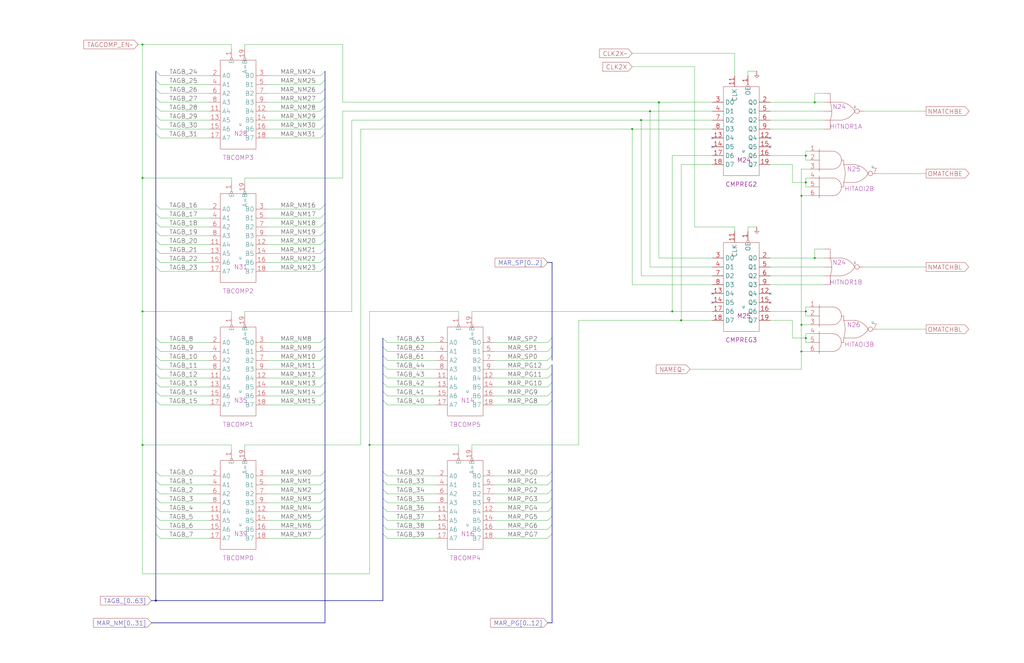
<source format=kicad_sch>
(kicad_sch (version 20220404) (generator eeschema)
  (paper "User" 584.2 378.46)
  (title_block (title "TABG COMPARATORS\\nMATCH") (date "08-MAR-90") (rev "0.0") (comment 1 "MEM32 BOARD") (comment 2 "232-003066") (comment 3 "S400") (comment 4 "RELEASED"))
  (lib_symbols
    (symbol "r1000:F260" (pin_numbers hide) (pin_names hide)
      (property "Reference" "U" (at 10.16 0 0))
      (property "Value" "F260" (at 1.905 -5.715 0))
      (property "Location" "___" (at 1.27 0 0))
      (property "Name" "______" (at 5.08 -12.7 0))
      (symbol "F260_0_1"
        (arc (start -3.8173 -7.62) (mid -2.9926 -2.54) (end -3.8173 2.54) (stroke (width 0.1524)))
        (polyline (pts (xy -5.08 -7.62) (xy -3.81 -7.62)) (stroke (width 0.1524)))
        (polyline (pts (xy -5.08 -2.54) (xy -3.0226 -2.54)) (stroke (width 0.1524)))
        (polyline (pts (xy -5.08 2.54) (xy -3.81 2.54)) (stroke (width 0.1524)))
        (polyline (pts (xy -3.81 -7.62) (xy 2.54 -7.62)) (stroke (width 0.1524)))
        (polyline (pts (xy -3.81 2.54) (xy 2.54 2.54)) (stroke (width 0.1524)))
        (polyline (pts (xy -5.08 -12.7) (xy -3.81 -12.7) (xy -3.81 -7.62)) (stroke (width 0.1524)))
        (polyline (pts (xy -5.08 7.62) (xy -3.81 7.62) (xy -3.81 2.54)) (stroke (width 0.1524)))
        (arc (start 2.54 -7.62) (mid 6.9504 -5.9805) (end 10.16 -2.54) (stroke (width 0.1524)))
        (arc (start 10.16 -2.54) (mid 6.9516 0.9024) (end 2.54 2.54) (stroke (width 0.1524)))
        (circle (center 11.43 -2.54) (radius 1.27) (stroke (width 0.1524)))
      )
      (symbol "F260_0_2"
        (circle (center -6.35 -12.7) (radius 1.27) (stroke (width 0.1524)))
        (circle (center -6.35 -7.62) (radius 1.27) (stroke (width 0.1524)))
        (circle (center -6.35 -2.54) (radius 1.27) (stroke (width 0.1524)))
        (circle (center -6.35 2.54) (radius 1.27) (stroke (width 0.1524)))
        (circle (center -6.35 7.62) (radius 1.27) (stroke (width 0.1524)))
        (polyline (pts (xy -5.08 -13.97) (xy -5.08 8.89)) (stroke (width 0.1524)))
        (polyline (pts (xy -5.08 -7.62) (xy 2.54 -7.62)) (stroke (width 0.1524)))
        (polyline (pts (xy -5.08 2.54) (xy 2.54 2.54)) (stroke (width 0.1524)))
        (arc (start 2.54 2.54) (mid -1.0521 -6.1321) (end 7.62 -2.54) (stroke (width 0.1524)))
        (arc (start 7.62 -2.54) (mid -1.0521 1.0521) (end 2.54 -7.62) (stroke (width 0.1524)))
      )
      (symbol "F260_1_1"
        (pin input line (at -7.62 -2.54 0) (length 2.54) (name "D2") (number "1"))
        (pin input line (at -7.62 7.62 0) (length 2.54) (name "D0") (number "12"))
        (pin input line (at -7.62 2.54 0) (length 2.54) (name "D1") (number "13"))
        (pin input line (at -7.62 -7.62 0) (length 2.54) (name "D3") (number "2"))
        (pin input line (at -7.62 -12.7 0) (length 2.54) (name "D4") (number "3"))
        (pin output line (at 15.24 -2.54 180) (length 2.54) (name "Q") (number "5"))
      )
      (symbol "F260_1_2"
        (pin input line (at -7.62 -2.54 0) (length 0) (name "D2") (number "1"))
        (pin input line (at -7.62 7.62 0) (length 0) (name "D0") (number "12"))
        (pin input line (at -7.62 2.54 0) (length 0) (name "D1") (number "13"))
        (pin input line (at -7.62 -7.62 0) (length 0) (name "D3") (number "2"))
        (pin input line (at -7.62 -12.7 0) (length 0) (name "D4") (number "3"))
        (pin output line (at 15.24 -2.54 180) (length 7.62) (name "Q") (number "5"))
      )
    )
    (symbol "r1000:F374" (pin_names (offset 1.016))
      (property "Reference" "U" (at 2.54 5.08 0))
      (property "Value" "F374" (at -3.81 -7.62 0))
      (property "Location" "___" (at -1.27 0 0))
      (property "Name" "______" (at 1.27 -15.24 0))
      (symbol "F374_1_1"
        (rectangle (start -8.89 41.91) (end 11.43 -8.89))
        (circle (center 5.08 42.545) (radius 0.635))
        (pin input line (at 5.08 48.26 270) (length 5.08) (name "OE") (number "1"))
        (pin input line (at -2.54 48.26 270) (length 6.35) (name "CLK") (number "11"))
        (pin tri_state line (at 17.78 12.7 180) (length 6.35) (name "Q4") (number "12"))
        (pin input line (at -15.24 12.7 0) (length 6.35) (name "D4") (number "13"))
        (pin input line (at -15.24 7.62 0) (length 6.35) (name "D5") (number "14"))
        (pin tri_state line (at 17.78 7.62 180) (length 6.35) (name "Q5") (number "15"))
        (pin tri_state line (at 17.78 2.54 180) (length 6.35) (name "Q6") (number "16"))
        (pin input line (at -15.24 2.54 0) (length 6.35) (name "D6") (number "17"))
        (pin input line (at -15.24 -2.54 0) (length 6.35) (name "D7") (number "18"))
        (pin tri_state line (at 17.78 -2.54 180) (length 6.35) (name "Q7") (number "19"))
        (pin tri_state line (at 17.78 33.02 180) (length 6.35) (name "Q0") (number "2"))
        (pin input line (at -15.24 33.02 0) (length 6.35) (name "D0") (number "3"))
        (pin input line (at -15.24 27.94 0) (length 6.35) (name "D1") (number "4"))
        (pin tri_state line (at 17.78 27.94 180) (length 6.35) (name "Q1") (number "5"))
        (pin tri_state line (at 17.78 22.86 180) (length 6.35) (name "Q2") (number "6"))
        (pin input line (at -15.24 22.86 0) (length 6.35) (name "D2") (number "7"))
        (pin input line (at -15.24 17.78 0) (length 6.35) (name "D3") (number "8"))
        (pin tri_state line (at 17.78 17.78 180) (length 6.35) (name "Q3") (number "9"))
      )
    )
    (symbol "r1000:F51" (pin_names hide)
      (property "Reference" "U" (at 12.7 1.27 0))
      (property "Value" "F51" (at 1.905 -5.08 0))
      (property "Location" "___" (at 1.905 0 0))
      (property "Name" "______" (at 5.08 -12.7 0))
      (symbol "F51_0_0"
        (arc (start -10.16 -15.24) (mid -6.5679 -13.7521) (end -5.08 -10.16) (stroke (width 0.1524)))
        (arc (start -10.16 0) (mid -6.5679 1.4879) (end -5.08 5.08) (stroke (width 0.1524)))
        (arc (start -5.08 -10.16) (mid -6.5679 -6.5679) (end -10.16 -5.08) (stroke (width 0.1524)))
        (arc (start -5.08 5.08) (mid -6.5679 8.6721) (end -10.16 10.16) (stroke (width 0.1524)))
        (arc (start -3.8173 -7.62) (mid -2.9926 -2.54) (end -3.8173 2.54) (stroke (width 0.1524)))
        (polyline (pts (xy -20.32 -15.24) (xy -17.78 -15.24)) (stroke (width 0.1524)))
        (polyline (pts (xy -20.32 -10.16) (xy -17.78 -10.16)) (stroke (width 0.1524)))
        (polyline (pts (xy -20.32 -5.08) (xy -17.78 -5.08)) (stroke (width 0.1524)))
        (polyline (pts (xy -20.32 0) (xy -17.78 0)) (stroke (width 0.1524)))
        (polyline (pts (xy -20.32 5.08) (xy -17.78 5.08)) (stroke (width 0.1524)))
        (polyline (pts (xy -20.32 10.16) (xy -17.78 10.16)) (stroke (width 0.1524)))
        (polyline (pts (xy -17.78 -3.81) (xy -17.78 -16.51)) (stroke (width 0.1524)))
        (polyline (pts (xy -17.78 11.43) (xy -17.78 -1.27)) (stroke (width 0.1524)))
        (polyline (pts (xy -10.16 -15.24) (xy -17.78 -15.24)) (stroke (width 0.1524)))
        (polyline (pts (xy -10.16 -5.08) (xy -17.78 -5.08)) (stroke (width 0.1524)))
        (polyline (pts (xy -10.16 0) (xy -17.78 0)) (stroke (width 0.1524)))
        (polyline (pts (xy -10.16 10.16) (xy -17.78 10.16)) (stroke (width 0.1524)))
        (polyline (pts (xy -3.81 -7.62) (xy 2.54 -7.62)) (stroke (width 0.1524)))
        (polyline (pts (xy -3.81 2.54) (xy 2.54 2.54)) (stroke (width 0.1524)))
        (polyline (pts (xy -5.08 -10.16) (xy -3.81 -10.16) (xy -3.81 -7.62)) (stroke (width 0.1524)))
        (polyline (pts (xy -5.08 5.08) (xy -3.81 5.08) (xy -3.81 2.54)) (stroke (width 0.1524)))
        (arc (start 2.54 -7.62) (mid 6.9504 -5.9805) (end 10.16 -2.54) (stroke (width 0.1524)))
        (arc (start 10.16 -2.54) (mid 6.9516 0.9024) (end 2.54 2.54) (stroke (width 0.1524)))
        (circle (center 11.43 -2.54) (radius 1.27) (stroke (width 0.1524)))
      )
      (symbol "F51_1_1"
        (pin input line (at -22.86 10.16 0) (length 2.54) (name "A1") (number "1"))
        (pin input line (at -22.86 5.08 0) (length 2.54) (name "A2") (number "2"))
        (pin input line (at -22.86 0 0) (length 2.54) (name "A3") (number "3"))
        (pin input line (at -22.86 -5.08 0) (length 2.54) (name "B1") (number "4"))
        (pin input line (at -22.86 -10.16 0) (length 2.54) (name "B2") (number "5"))
        (pin input line (at -22.86 -15.24 0) (length 2.54) (name "B3") (number "6"))
        (pin output line (at 15.24 -2.54 180) (length 2.54) (name "Q") (number "7"))
      )
    )
    (symbol "r1000:F521" (pin_names (offset 1.016))
      (property "Reference" "U" (at 2.54 5.08 0))
      (property "Value" "F521" (at -3.81 -7.62 0))
      (property "Location" "___" (at -1.27 0 0))
      (property "Name" "______" (at 1.27 -15.24 0))
      (symbol "F521_1_1"
        (rectangle (start -8.89 41.91) (end 11.43 -8.89))
        (circle (center -2.54 42.545) (radius 0.635))
        (circle (center 5.08 42.545) (radius 0.635))
        (pin input line (at -2.54 48.26 270) (length 5.08) (name "E") (number "1"))
        (pin input line (at -15.24 12.7 0) (length 6.35) (name "A4") (number "11"))
        (pin input line (at 17.78 12.7 180) (length 6.35) (name "B4") (number "12"))
        (pin input line (at -15.24 7.62 0) (length 6.35) (name "A5") (number "13"))
        (pin input line (at 17.78 7.62 180) (length 6.35) (name "B5") (number "14"))
        (pin input line (at -15.24 2.54 0) (length 6.35) (name "A6") (number "15"))
        (pin input line (at 17.78 2.54 180) (length 6.35) (name "B6") (number "16"))
        (pin input line (at -15.24 -2.54 0) (length 6.35) (name "A7") (number "17"))
        (pin input line (at 17.78 -2.54 180) (length 6.35) (name "B7") (number "18"))
        (pin output line (at 5.08 48.26 270) (length 5.08) (name "A=B") (number "19"))
        (pin input line (at -15.24 33.02 0) (length 6.35) (name "A0") (number "2"))
        (pin input line (at 17.78 33.02 180) (length 6.35) (name "B0") (number "3"))
        (pin input line (at -15.24 27.94 0) (length 6.35) (name "A1") (number "4"))
        (pin input line (at 17.78 27.94 180) (length 6.35) (name "B1") (number "5"))
        (pin input line (at -15.24 22.86 0) (length 6.35) (name "A2") (number "6"))
        (pin input line (at 17.78 22.86 180) (length 6.35) (name "B2") (number "7"))
        (pin input line (at -15.24 17.78 0) (length 6.35) (name "A3") (number "8"))
        (pin input line (at 17.78 17.78 180) (length 6.35) (name "B3") (number "9"))
      )
    )
    (symbol "r1000:PD" (power) (pin_numbers hide) (pin_names hide) (in_bom no)
      (symbol "PD_0_1"
        (polyline (pts (xy 0 -2.54) (xy 1.27 -2.54) (xy 0 -3.81) (xy -1.27 -2.54) (xy 0 -2.54)) (stroke (width 0.1524)))
      )
      (symbol "PD_1_1"
        (pin power_in line (at 0 0 270) (length 2.54) (name "PD") (number "1"))
      )
    )
  )
  (junction (at 88.9 342.9))
  (junction (at 81.28 177.8))
  (junction (at 464.82 58.42))
  (junction (at 459.74 193.04))
  (junction (at 457.2 200.66))
  (junction (at 81.28 254))
  (junction (at 457.2 185.42))
  (junction (at 375.92 58.42))
  (junction (at 210.82 254))
  (junction (at 464.82 147.32))
  (junction (at 360.68 73.66))
  (junction (at 459.74 104.14))
  (junction (at 459.74 177.8))
  (junction (at 365.76 68.58))
  (junction (at 388.62 182.88))
  (junction (at 81.28 101.6))
  (junction (at 457.2 111.76))
  (junction (at 81.28 25.4))
  (junction (at 459.74 88.9))
  (junction (at 370.84 63.5))
  (junction (at 383.54 177.8))
  (no_connect (at 439.42 167.64))
  (no_connect (at 439.42 172.72))
  (no_connect (at 439.42 78.74))
  (no_connect (at 406.4 172.72))
  (no_connect (at 439.42 83.82))
  (no_connect (at 406.4 83.82))
  (no_connect (at 406.4 167.64))
  (no_connect (at 406.4 78.74))
  (bus_entry (at 185.42 203.2) (size -2.54 2.54))
  (bus_entry (at 88.9 142.24) (size 2.54 2.54))
  (bus_entry (at 314.96 289.56) (size -2.54 2.54))
  (bus_entry (at 88.9 213.36) (size 2.54 2.54))
  (bus_entry (at 218.44 274.32) (size 2.54 2.54))
  (bus_entry (at 185.42 137.16) (size -2.54 2.54))
  (bus_entry (at 185.42 228.6) (size -2.54 2.54))
  (bus_entry (at 88.9 66.04) (size 2.54 2.54))
  (bus_entry (at 314.96 274.32) (size -2.54 2.54))
  (bus_entry (at 218.44 269.24) (size 2.54 2.54))
  (bus_entry (at 88.9 274.32) (size 2.54 2.54))
  (bus_entry (at 314.96 294.64) (size -2.54 2.54))
  (bus_entry (at 185.42 294.64) (size -2.54 2.54))
  (bus_entry (at 185.42 304.8) (size -2.54 2.54))
  (bus_entry (at 314.96 193.04) (size -2.54 2.54))
  (bus_entry (at 88.9 198.12) (size 2.54 2.54))
  (bus_entry (at 314.96 213.36) (size -2.54 2.54))
  (bus_entry (at 185.42 289.56) (size -2.54 2.54))
  (bus_entry (at 88.9 269.24) (size 2.54 2.54))
  (bus_entry (at 88.9 304.8) (size 2.54 2.54))
  (bus_entry (at 185.42 269.24) (size -2.54 2.54))
  (bus_entry (at 185.42 198.12) (size -2.54 2.54))
  (bus_entry (at 88.9 218.44) (size 2.54 2.54))
  (bus_entry (at 218.44 208.28) (size 2.54 2.54))
  (bus_entry (at 88.9 50.8) (size 2.54 2.54))
  (bus_entry (at 218.44 218.44) (size 2.54 2.54))
  (bus_entry (at 88.9 76.2) (size 2.54 2.54))
  (bus_entry (at 88.9 203.2) (size 2.54 2.54))
  (bus_entry (at 314.96 269.24) (size -2.54 2.54))
  (bus_entry (at 185.42 76.2) (size -2.54 2.54))
  (bus_entry (at 88.9 279.4) (size 2.54 2.54))
  (bus_entry (at 88.9 60.96) (size 2.54 2.54))
  (bus_entry (at 314.96 228.6) (size -2.54 2.54))
  (bus_entry (at 185.42 152.4) (size -2.54 2.54))
  (bus_entry (at 185.42 193.04) (size -2.54 2.54))
  (bus_entry (at 88.9 55.88) (size 2.54 2.54))
  (bus_entry (at 185.42 71.12) (size -2.54 2.54))
  (bus_entry (at 88.9 299.72) (size 2.54 2.54))
  (bus_entry (at 88.9 40.64) (size 2.54 2.54))
  (bus_entry (at 88.9 223.52) (size 2.54 2.54))
  (bus_entry (at 218.44 279.4) (size 2.54 2.54))
  (bus_entry (at 218.44 289.56) (size 2.54 2.54))
  (bus_entry (at 185.42 66.04) (size -2.54 2.54))
  (bus_entry (at 185.42 213.36) (size -2.54 2.54))
  (bus_entry (at 218.44 304.8) (size 2.54 2.54))
  (bus_entry (at 185.42 299.72) (size -2.54 2.54))
  (bus_entry (at 218.44 203.2) (size 2.54 2.54))
  (bus_entry (at 218.44 284.48) (size 2.54 2.54))
  (bus_entry (at 88.9 193.04) (size 2.54 2.54))
  (bus_entry (at 314.96 284.48) (size -2.54 2.54))
  (bus_entry (at 314.96 218.44) (size -2.54 2.54))
  (bus_entry (at 218.44 198.12) (size 2.54 2.54))
  (bus_entry (at 185.42 142.24) (size -2.54 2.54))
  (bus_entry (at 88.9 137.16) (size 2.54 2.54))
  (bus_entry (at 185.42 55.88) (size -2.54 2.54))
  (bus_entry (at 185.42 279.4) (size -2.54 2.54))
  (bus_entry (at 88.9 127) (size 2.54 2.54))
  (bus_entry (at 185.42 127) (size -2.54 2.54))
  (bus_entry (at 218.44 193.04) (size 2.54 2.54))
  (bus_entry (at 314.96 304.8) (size -2.54 2.54))
  (bus_entry (at 88.9 132.08) (size 2.54 2.54))
  (bus_entry (at 185.42 218.44) (size -2.54 2.54))
  (bus_entry (at 88.9 289.56) (size 2.54 2.54))
  (bus_entry (at 314.96 279.4) (size -2.54 2.54))
  (bus_entry (at 88.9 152.4) (size 2.54 2.54))
  (bus_entry (at 185.42 45.72) (size -2.54 2.54))
  (bus_entry (at 185.42 132.08) (size -2.54 2.54))
  (bus_entry (at 185.42 60.96) (size -2.54 2.54))
  (bus_entry (at 88.9 147.32) (size 2.54 2.54))
  (bus_entry (at 88.9 228.6) (size 2.54 2.54))
  (bus_entry (at 218.44 223.52) (size 2.54 2.54))
  (bus_entry (at 185.42 208.28) (size -2.54 2.54))
  (bus_entry (at 185.42 274.32) (size -2.54 2.54))
  (bus_entry (at 314.96 223.52) (size -2.54 2.54))
  (bus_entry (at 185.42 116.84) (size -2.54 2.54))
  (bus_entry (at 185.42 147.32) (size -2.54 2.54))
  (bus_entry (at 88.9 294.64) (size 2.54 2.54))
  (bus_entry (at 185.42 284.48) (size -2.54 2.54))
  (bus_entry (at 314.96 208.28) (size -2.54 2.54))
  (bus_entry (at 218.44 294.64) (size 2.54 2.54))
  (bus_entry (at 88.9 116.84) (size 2.54 2.54))
  (bus_entry (at 88.9 121.92) (size 2.54 2.54))
  (bus_entry (at 185.42 121.92) (size -2.54 2.54))
  (bus_entry (at 314.96 198.12) (size -2.54 2.54))
  (bus_entry (at 218.44 228.6) (size 2.54 2.54))
  (bus_entry (at 314.96 299.72) (size -2.54 2.54))
  (bus_entry (at 218.44 213.36) (size 2.54 2.54))
  (bus_entry (at 218.44 299.72) (size 2.54 2.54))
  (bus_entry (at 88.9 45.72) (size 2.54 2.54))
  (bus_entry (at 185.42 50.8) (size -2.54 2.54))
  (bus_entry (at 185.42 40.64) (size -2.54 2.54))
  (bus_entry (at 88.9 71.12) (size 2.54 2.54))
  (bus_entry (at 185.42 223.52) (size -2.54 2.54))
  (bus_entry (at 314.96 203.2) (size -2.54 2.54))
  (bus_entry (at 88.9 284.48) (size 2.54 2.54))
  (bus_entry (at 88.9 208.28) (size 2.54 2.54))
  (wire (pts (xy 139.7 25.4) (xy 195.58 25.4)))
  (wire (pts (xy 457.2 200.66) (xy 462.28 200.66)))
  (bus (pts (xy 88.9 284.48) (xy 88.9 289.56)))
  (bus (pts (xy 185.42 223.52) (xy 185.42 228.6)))
  (wire (pts (xy 220.98 276.86) (xy 248.92 276.86)))
  (bus (pts (xy 185.42 213.36) (xy 185.42 218.44)))
  (wire (pts (xy 312.42 231.14) (xy 281.94 231.14)))
  (bus (pts (xy 185.42 60.96) (xy 185.42 66.04)))
  (wire (pts (xy 439.42 58.42) (xy 464.82 58.42)))
  (wire (pts (xy 182.88 73.66) (xy 152.4 73.66)))
  (wire (pts (xy 81.28 25.4) (xy 81.28 101.6)))
  (wire (pts (xy 462.28 91.44) (xy 459.74 91.44)))
  (bus (pts (xy 185.42 304.8) (xy 185.42 355.6)))
  (bus (pts (xy 218.44 203.2) (xy 218.44 208.28)))
  (bus (pts (xy 314.96 269.24) (xy 314.96 274.32)))
  (wire (pts (xy 312.42 220.98) (xy 281.94 220.98)))
  (wire (pts (xy 312.42 210.82) (xy 281.94 210.82)))
  (wire (pts (xy 81.28 177.8) (xy 132.08 177.8)))
  (wire (pts (xy 459.74 175.26) (xy 462.28 175.26)))
  (wire (pts (xy 459.74 86.36) (xy 462.28 86.36)))
  (wire (pts (xy 261.62 256.54) (xy 261.62 254)))
  (bus (pts (xy 88.9 132.08) (xy 88.9 137.16)))
  (wire (pts (xy 457.2 111.76) (xy 457.2 185.42)))
  (wire (pts (xy 459.74 190.5) (xy 462.28 190.5)))
  (bus (pts (xy 185.42 208.28) (xy 185.42 213.36)))
  (wire (pts (xy 360.68 162.56) (xy 406.4 162.56)))
  (bus (pts (xy 314.96 304.8) (xy 314.96 355.6)))
  (wire (pts (xy 220.98 210.82) (xy 248.92 210.82)))
  (bus (pts (xy 314.96 289.56) (xy 314.96 294.64)))
  (wire (pts (xy 426.72 40.64) (xy 426.72 43.18)))
  (wire (pts (xy 182.88 154.94) (xy 152.4 154.94)))
  (bus (pts (xy 185.42 66.04) (xy 185.42 71.12)))
  (bus (pts (xy 185.42 274.32) (xy 185.42 279.4)))
  (wire (pts (xy 210.82 177.8) (xy 261.62 177.8)))
  (bus (pts (xy 218.44 279.4) (xy 218.44 284.48)))
  (wire (pts (xy 182.88 119.38) (xy 152.4 119.38)))
  (wire (pts (xy 91.44 139.7) (xy 119.38 139.7)))
  (bus (pts (xy 314.96 279.4) (xy 314.96 284.48)))
  (bus (pts (xy 185.42 116.84) (xy 185.42 121.92)))
  (wire (pts (xy 182.88 124.46) (xy 152.4 124.46)))
  (wire (pts (xy 431.8 129.54) (xy 426.72 129.54)))
  (wire (pts (xy 459.74 193.04) (xy 459.74 190.5)))
  (wire (pts (xy 220.98 297.18) (xy 248.92 297.18)))
  (wire (pts (xy 375.92 58.42) (xy 406.4 58.42)))
  (wire (pts (xy 91.44 124.46) (xy 119.38 124.46)))
  (wire (pts (xy 91.44 195.58) (xy 119.38 195.58)))
  (wire (pts (xy 195.58 101.6) (xy 195.58 63.5)))
  (bus (pts (xy 185.42 299.72) (xy 185.42 304.8)))
  (wire (pts (xy 220.98 200.66) (xy 248.92 200.66)))
  (bus (pts (xy 88.9 76.2) (xy 88.9 116.84)))
  (wire (pts (xy 312.42 302.26) (xy 281.94 302.26)))
  (wire (pts (xy 91.44 78.74) (xy 119.38 78.74)))
  (bus (pts (xy 314.96 208.28) (xy 314.96 213.36)))
  (wire (pts (xy 182.88 149.86) (xy 152.4 149.86)))
  (wire (pts (xy 370.84 63.5) (xy 370.84 152.4)))
  (bus (pts (xy 88.9 274.32) (xy 88.9 279.4)))
  (bus (pts (xy 88.9 121.92) (xy 88.9 127)))
  (wire (pts (xy 312.42 276.86) (xy 281.94 276.86)))
  (bus (pts (xy 314.96 299.72) (xy 314.96 304.8)))
  (wire (pts (xy 91.44 210.82) (xy 119.38 210.82)))
  (wire (pts (xy 459.74 88.9) (xy 459.74 91.44)))
  (bus (pts (xy 185.42 40.64) (xy 185.42 45.72)))
  (bus (pts (xy 314.96 284.48) (xy 314.96 289.56)))
  (wire (pts (xy 439.42 157.48) (xy 469.9 157.48)))
  (bus (pts (xy 88.9 40.64) (xy 88.9 45.72)))
  (wire (pts (xy 182.88 205.74) (xy 152.4 205.74)))
  (wire (pts (xy 312.42 195.58) (xy 281.94 195.58)))
  (wire (pts (xy 220.98 205.74) (xy 248.92 205.74)))
  (wire (pts (xy 182.88 287.02) (xy 152.4 287.02)))
  (wire (pts (xy 388.62 93.98) (xy 406.4 93.98)))
  (bus (pts (xy 185.42 132.08) (xy 185.42 137.16)))
  (bus (pts (xy 218.44 342.9) (xy 88.9 342.9)))
  (bus (pts (xy 312.42 355.6) (xy 314.96 355.6)))
  (wire (pts (xy 360.68 73.66) (xy 406.4 73.66)))
  (wire (pts (xy 431.8 40.64) (xy 426.72 40.64)))
  (wire (pts (xy 462.28 180.34) (xy 459.74 180.34)))
  (wire (pts (xy 457.2 185.42) (xy 462.28 185.42)))
  (wire (pts (xy 182.88 292.1) (xy 152.4 292.1)))
  (bus (pts (xy 185.42 289.56) (xy 185.42 294.64)))
  (wire (pts (xy 312.42 307.34) (xy 281.94 307.34)))
  (bus (pts (xy 88.9 213.36) (xy 88.9 218.44)))
  (bus (pts (xy 88.9 198.12) (xy 88.9 203.2)))
  (wire (pts (xy 459.74 177.8) (xy 459.74 175.26)))
  (wire (pts (xy 139.7 180.34) (xy 139.7 177.8)))
  (wire (pts (xy 91.44 231.14) (xy 119.38 231.14)))
  (wire (pts (xy 91.44 205.74) (xy 119.38 205.74)))
  (wire (pts (xy 91.44 200.66) (xy 119.38 200.66)))
  (wire (pts (xy 81.28 25.4) (xy 132.08 25.4)))
  (wire (pts (xy 500.38 99.06) (xy 528.32 99.06)))
  (bus (pts (xy 88.9 208.28) (xy 88.9 213.36)))
  (wire (pts (xy 182.88 302.26) (xy 152.4 302.26)))
  (bus (pts (xy 314.96 294.64) (xy 314.96 299.72)))
  (wire (pts (xy 462.28 195.58) (xy 459.74 195.58)))
  (wire (pts (xy 269.24 180.34) (xy 269.24 177.8)))
  (wire (pts (xy 205.74 254) (xy 205.74 73.66)))
  (wire (pts (xy 457.2 111.76) (xy 462.28 111.76)))
  (wire (pts (xy 220.98 281.94) (xy 248.92 281.94)))
  (bus (pts (xy 88.9 218.44) (xy 88.9 223.52)))
  (wire (pts (xy 439.42 177.8) (xy 459.74 177.8)))
  (wire (pts (xy 182.88 58.42) (xy 152.4 58.42)))
  (wire (pts (xy 269.24 256.54) (xy 269.24 254)))
  (bus (pts (xy 185.42 71.12) (xy 185.42 76.2)))
  (bus (pts (xy 88.9 137.16) (xy 88.9 142.24)))
  (bus (pts (xy 218.44 223.52) (xy 218.44 228.6)))
  (wire (pts (xy 396.24 38.1) (xy 396.24 129.54)))
  (wire (pts (xy 439.42 162.56) (xy 469.9 162.56)))
  (bus (pts (xy 185.42 50.8) (xy 185.42 55.88)))
  (wire (pts (xy 132.08 180.34) (xy 132.08 177.8)))
  (wire (pts (xy 81.28 254) (xy 81.28 327.66)))
  (wire (pts (xy 195.58 58.42) (xy 375.92 58.42)))
  (wire (pts (xy 91.44 220.98) (xy 119.38 220.98)))
  (wire (pts (xy 457.2 185.42) (xy 457.2 200.66)))
  (bus (pts (xy 185.42 45.72) (xy 185.42 50.8)))
  (bus (pts (xy 88.9 203.2) (xy 88.9 208.28)))
  (wire (pts (xy 220.98 307.34) (xy 248.92 307.34)))
  (bus (pts (xy 185.42 203.2) (xy 185.42 208.28)))
  (wire (pts (xy 81.28 101.6) (xy 81.28 177.8)))
  (bus (pts (xy 314.96 213.36) (xy 314.96 218.44)))
  (wire (pts (xy 459.74 193.04) (xy 452.12 193.04)))
  (bus (pts (xy 314.96 274.32) (xy 314.96 279.4)))
  (bus (pts (xy 218.44 198.12) (xy 218.44 203.2)))
  (bus (pts (xy 218.44 228.6) (xy 218.44 269.24)))
  (wire (pts (xy 312.42 292.1) (xy 281.94 292.1)))
  (bus (pts (xy 185.42 198.12) (xy 185.42 203.2)))
  (wire (pts (xy 182.88 53.34) (xy 152.4 53.34)))
  (bus (pts (xy 88.9 60.96) (xy 88.9 66.04)))
  (wire (pts (xy 182.88 43.18) (xy 152.4 43.18)))
  (wire (pts (xy 182.88 297.18) (xy 152.4 297.18)))
  (wire (pts (xy 406.4 147.32) (xy 375.92 147.32)))
  (wire (pts (xy 91.44 149.86) (xy 119.38 149.86)))
  (wire (pts (xy 139.7 101.6) (xy 195.58 101.6)))
  (wire (pts (xy 492.76 63.5) (xy 528.32 63.5)))
  (wire (pts (xy 439.42 147.32) (xy 464.82 147.32)))
  (wire (pts (xy 261.62 180.34) (xy 261.62 177.8)))
  (wire (pts (xy 182.88 281.94) (xy 152.4 281.94)))
  (wire (pts (xy 195.58 63.5) (xy 370.84 63.5)))
  (bus (pts (xy 86.36 342.9) (xy 88.9 342.9)))
  (wire (pts (xy 182.88 78.74) (xy 152.4 78.74)))
  (wire (pts (xy 182.88 276.86) (xy 152.4 276.86)))
  (wire (pts (xy 91.44 129.54) (xy 119.38 129.54)))
  (wire (pts (xy 195.58 25.4) (xy 195.58 58.42)))
  (wire (pts (xy 139.7 27.94) (xy 139.7 25.4)))
  (wire (pts (xy 91.44 276.86) (xy 119.38 276.86)))
  (bus (pts (xy 218.44 218.44) (xy 218.44 223.52)))
  (bus (pts (xy 185.42 137.16) (xy 185.42 142.24)))
  (wire (pts (xy 269.24 254) (xy 330.2 254)))
  (bus (pts (xy 88.9 50.8) (xy 88.9 55.88)))
  (wire (pts (xy 330.2 182.88) (xy 388.62 182.88)))
  (wire (pts (xy 312.42 215.9) (xy 281.94 215.9)))
  (bus (pts (xy 88.9 71.12) (xy 88.9 76.2)))
  (wire (pts (xy 200.66 177.8) (xy 200.66 68.58)))
  (wire (pts (xy 91.44 43.18) (xy 119.38 43.18)))
  (wire (pts (xy 182.88 271.78) (xy 152.4 271.78)))
  (wire (pts (xy 492.76 152.4) (xy 528.32 152.4)))
  (bus (pts (xy 185.42 121.92) (xy 185.42 127)))
  (bus (pts (xy 185.42 269.24) (xy 185.42 274.32)))
  (bus (pts (xy 88.9 127) (xy 88.9 132.08)))
  (wire (pts (xy 312.42 205.74) (xy 281.94 205.74)))
  (wire (pts (xy 91.44 73.66) (xy 119.38 73.66)))
  (wire (pts (xy 78.74 25.4) (xy 81.28 25.4)))
  (wire (pts (xy 91.44 271.78) (xy 119.38 271.78)))
  (wire (pts (xy 469.9 53.34) (xy 464.82 53.34)))
  (wire (pts (xy 383.54 88.9) (xy 383.54 177.8)))
  (wire (pts (xy 91.44 154.94) (xy 119.38 154.94)))
  (wire (pts (xy 139.7 254) (xy 205.74 254)))
  (wire (pts (xy 139.7 104.14) (xy 139.7 101.6)))
  (wire (pts (xy 182.88 307.34) (xy 152.4 307.34)))
  (wire (pts (xy 182.88 63.5) (xy 152.4 63.5)))
  (wire (pts (xy 439.42 88.9) (xy 459.74 88.9)))
  (wire (pts (xy 330.2 254) (xy 330.2 182.88)))
  (bus (pts (xy 314.96 223.52) (xy 314.96 228.6)))
  (wire (pts (xy 370.84 63.5) (xy 406.4 63.5)))
  (wire (pts (xy 91.44 281.94) (xy 119.38 281.94)))
  (bus (pts (xy 88.9 304.8) (xy 88.9 342.9)))
  (wire (pts (xy 91.44 287.02) (xy 119.38 287.02)))
  (wire (pts (xy 220.98 195.58) (xy 248.92 195.58)))
  (bus (pts (xy 88.9 152.4) (xy 88.9 193.04)))
  (wire (pts (xy 464.82 147.32) (xy 469.9 147.32)))
  (bus (pts (xy 88.9 66.04) (xy 88.9 71.12)))
  (wire (pts (xy 91.44 53.34) (xy 119.38 53.34)))
  (bus (pts (xy 185.42 55.88) (xy 185.42 60.96)))
  (wire (pts (xy 462.28 106.68) (xy 459.74 106.68)))
  (bus (pts (xy 314.96 193.04) (xy 314.96 198.12)))
  (bus (pts (xy 88.9 289.56) (xy 88.9 294.64)))
  (bus (pts (xy 218.44 289.56) (xy 218.44 294.64)))
  (wire (pts (xy 457.2 210.82) (xy 393.7 210.82)))
  (bus (pts (xy 88.9 116.84) (xy 88.9 121.92)))
  (bus (pts (xy 185.42 193.04) (xy 185.42 198.12)))
  (wire (pts (xy 426.72 129.54) (xy 426.72 132.08)))
  (bus (pts (xy 185.42 152.4) (xy 185.42 193.04)))
  (wire (pts (xy 91.44 226.06) (xy 119.38 226.06)))
  (wire (pts (xy 220.98 220.98) (xy 248.92 220.98)))
  (wire (pts (xy 182.88 210.82) (xy 152.4 210.82)))
  (bus (pts (xy 314.96 218.44) (xy 314.96 223.52)))
  (wire (pts (xy 396.24 129.54) (xy 419.1 129.54)))
  (wire (pts (xy 81.28 254) (xy 132.08 254)))
  (wire (pts (xy 459.74 195.58) (xy 459.74 193.04)))
  (wire (pts (xy 360.68 73.66) (xy 360.68 162.56)))
  (bus (pts (xy 185.42 76.2) (xy 185.42 116.84)))
  (wire (pts (xy 91.44 134.62) (xy 119.38 134.62)))
  (wire (pts (xy 182.88 231.14) (xy 152.4 231.14)))
  (wire (pts (xy 220.98 231.14) (xy 248.92 231.14)))
  (bus (pts (xy 314.96 228.6) (xy 314.96 269.24)))
  (wire (pts (xy 459.74 177.8) (xy 459.74 180.34)))
  (bus (pts (xy 314.96 149.86) (xy 314.96 193.04)))
  (wire (pts (xy 419.1 129.54) (xy 419.1 132.08)))
  (wire (pts (xy 91.44 48.26) (xy 119.38 48.26)))
  (wire (pts (xy 500.38 187.96) (xy 528.32 187.96)))
  (wire (pts (xy 182.88 144.78) (xy 152.4 144.78)))
  (bus (pts (xy 218.44 294.64) (xy 218.44 299.72)))
  (wire (pts (xy 91.44 119.38) (xy 119.38 119.38)))
  (bus (pts (xy 314.96 203.2) (xy 314.96 205.74)))
  (bus (pts (xy 88.9 299.72) (xy 88.9 304.8)))
  (wire (pts (xy 220.98 226.06) (xy 248.92 226.06)))
  (wire (pts (xy 200.66 68.58) (xy 365.76 68.58)))
  (bus (pts (xy 218.44 304.8) (xy 218.44 342.9)))
  (wire (pts (xy 439.42 68.58) (xy 469.9 68.58)))
  (wire (pts (xy 132.08 256.54) (xy 132.08 254)))
  (wire (pts (xy 269.24 177.8) (xy 383.54 177.8)))
  (wire (pts (xy 182.88 215.9) (xy 152.4 215.9)))
  (wire (pts (xy 464.82 53.34) (xy 464.82 58.42)))
  (bus (pts (xy 185.42 228.6) (xy 185.42 269.24)))
  (wire (pts (xy 132.08 27.94) (xy 132.08 25.4)))
  (wire (pts (xy 388.62 182.88) (xy 406.4 182.88)))
  (wire (pts (xy 182.88 195.58) (xy 152.4 195.58)))
  (wire (pts (xy 312.42 297.18) (xy 281.94 297.18)))
  (wire (pts (xy 383.54 177.8) (xy 406.4 177.8)))
  (wire (pts (xy 312.42 226.06) (xy 281.94 226.06)))
  (bus (pts (xy 88.9 142.24) (xy 88.9 147.32)))
  (wire (pts (xy 139.7 256.54) (xy 139.7 254)))
  (bus (pts (xy 185.42 127) (xy 185.42 132.08)))
  (wire (pts (xy 81.28 101.6) (xy 132.08 101.6)))
  (wire (pts (xy 459.74 88.9) (xy 459.74 86.36)))
  (wire (pts (xy 91.44 144.78) (xy 119.38 144.78)))
  (wire (pts (xy 365.76 68.58) (xy 406.4 68.58)))
  (wire (pts (xy 182.88 226.06) (xy 152.4 226.06)))
  (wire (pts (xy 182.88 129.54) (xy 152.4 129.54)))
  (wire (pts (xy 406.4 88.9) (xy 383.54 88.9)))
  (wire (pts (xy 91.44 58.42) (xy 119.38 58.42)))
  (wire (pts (xy 439.42 63.5) (xy 469.9 63.5)))
  (bus (pts (xy 314.96 198.12) (xy 314.96 203.2)))
  (wire (pts (xy 419.1 30.48) (xy 419.1 43.18)))
  (wire (pts (xy 459.74 104.14) (xy 459.74 106.68)))
  (wire (pts (xy 210.82 327.66) (xy 81.28 327.66)))
  (wire (pts (xy 182.88 68.58) (xy 152.4 68.58)))
  (wire (pts (xy 459.74 101.6) (xy 462.28 101.6)))
  (wire (pts (xy 406.4 157.48) (xy 365.76 157.48)))
  (wire (pts (xy 459.74 104.14) (xy 459.74 101.6)))
  (wire (pts (xy 220.98 302.26) (xy 248.92 302.26)))
  (wire (pts (xy 360.68 38.1) (xy 396.24 38.1)))
  (wire (pts (xy 457.2 200.66) (xy 457.2 210.82)))
  (wire (pts (xy 182.88 48.26) (xy 152.4 48.26)))
  (wire (pts (xy 375.92 147.32) (xy 375.92 58.42)))
  (wire (pts (xy 457.2 96.52) (xy 457.2 111.76)))
  (bus (pts (xy 218.44 269.24) (xy 218.44 274.32)))
  (wire (pts (xy 439.42 152.4) (xy 469.9 152.4)))
  (bus (pts (xy 218.44 193.04) (xy 218.44 198.12)))
  (wire (pts (xy 312.42 200.66) (xy 281.94 200.66)))
  (wire (pts (xy 452.12 193.04) (xy 452.12 182.88)))
  (wire (pts (xy 91.44 297.18) (xy 119.38 297.18)))
  (wire (pts (xy 132.08 104.14) (xy 132.08 101.6)))
  (bus (pts (xy 185.42 218.44) (xy 185.42 223.52)))
  (wire (pts (xy 464.82 142.24) (xy 464.82 147.32)))
  (wire (pts (xy 370.84 152.4) (xy 406.4 152.4)))
  (wire (pts (xy 91.44 302.26) (xy 119.38 302.26)))
  (bus (pts (xy 218.44 284.48) (xy 218.44 289.56)))
  (wire (pts (xy 210.82 177.8) (xy 210.82 254)))
  (wire (pts (xy 312.42 281.94) (xy 281.94 281.94)))
  (bus (pts (xy 88.9 55.88) (xy 88.9 60.96)))
  (wire (pts (xy 220.98 215.9) (xy 248.92 215.9)))
  (bus (pts (xy 88.9 45.72) (xy 88.9 50.8)))
  (wire (pts (xy 312.42 287.02) (xy 281.94 287.02)))
  (bus (pts (xy 185.42 294.64) (xy 185.42 299.72)))
  (bus (pts (xy 86.36 355.6) (xy 185.42 355.6)))
  (wire (pts (xy 360.68 30.48) (xy 419.1 30.48)))
  (wire (pts (xy 91.44 307.34) (xy 119.38 307.34)))
  (bus (pts (xy 185.42 279.4) (xy 185.42 284.48)))
  (bus (pts (xy 218.44 213.36) (xy 218.44 218.44)))
  (wire (pts (xy 462.28 96.52) (xy 457.2 96.52)))
  (bus (pts (xy 185.42 147.32) (xy 185.42 152.4)))
  (wire (pts (xy 81.28 177.8) (xy 81.28 254)))
  (wire (pts (xy 220.98 287.02) (xy 248.92 287.02)))
  (bus (pts (xy 218.44 274.32) (xy 218.44 279.4)))
  (wire (pts (xy 182.88 220.98) (xy 152.4 220.98)))
  (wire (pts (xy 312.42 271.78) (xy 281.94 271.78)))
  (bus (pts (xy 88.9 294.64) (xy 88.9 299.72)))
  (wire (pts (xy 388.62 182.88) (xy 388.62 93.98)))
  (wire (pts (xy 452.12 182.88) (xy 439.42 182.88)))
  (bus (pts (xy 88.9 193.04) (xy 88.9 198.12)))
  (wire (pts (xy 439.42 73.66) (xy 469.9 73.66)))
  (wire (pts (xy 91.44 292.1) (xy 119.38 292.1)))
  (wire (pts (xy 220.98 271.78) (xy 248.92 271.78)))
  (bus (pts (xy 185.42 284.48) (xy 185.42 289.56)))
  (bus (pts (xy 88.9 223.52) (xy 88.9 228.6)))
  (bus (pts (xy 88.9 147.32) (xy 88.9 152.4)))
  (bus (pts (xy 312.42 149.86) (xy 314.96 149.86)))
  (bus (pts (xy 88.9 269.24) (xy 88.9 274.32)))
  (wire (pts (xy 439.42 93.98) (xy 452.12 93.98)))
  (wire (pts (xy 91.44 68.58) (xy 119.38 68.58)))
  (bus (pts (xy 185.42 142.24) (xy 185.42 147.32)))
  (wire (pts (xy 182.88 139.7) (xy 152.4 139.7)))
  (wire (pts (xy 205.74 73.66) (xy 360.68 73.66)))
  (wire (pts (xy 452.12 104.14) (xy 459.74 104.14)))
  (wire (pts (xy 210.82 254) (xy 261.62 254)))
  (wire (pts (xy 365.76 157.48) (xy 365.76 68.58)))
  (wire (pts (xy 91.44 63.5) (xy 119.38 63.5)))
  (wire (pts (xy 182.88 200.66) (xy 152.4 200.66)))
  (wire (pts (xy 91.44 215.9) (xy 119.38 215.9)))
  (wire (pts (xy 220.98 292.1) (xy 248.92 292.1)))
  (bus (pts (xy 88.9 279.4) (xy 88.9 284.48)))
  (bus (pts (xy 218.44 299.72) (xy 218.44 304.8)))
  (wire (pts (xy 139.7 177.8) (xy 200.66 177.8)))
  (wire (pts (xy 182.88 134.62) (xy 152.4 134.62)))
  (wire (pts (xy 469.9 142.24) (xy 464.82 142.24)))
  (wire (pts (xy 464.82 58.42) (xy 469.9 58.42)))
  (wire (pts (xy 210.82 254) (xy 210.82 327.66)))
  (bus (pts (xy 88.9 228.6) (xy 88.9 269.24)))
  (wire (pts (xy 452.12 93.98) (xy 452.12 104.14)))
  (bus (pts (xy 218.44 208.28) (xy 218.44 213.36)))
  (label "MAR_NM20" (at 160.02 139.7 0) (effects (font (size 2.54 2.54))))
  (label "TAGB_63" (at 226.06 195.58 0) (effects (font (size 2.54 2.54))))
  (label "MAR_NM12" (at 160.02 215.9 0) (effects (font (size 2.54 2.54))))
  (label "MAR_PG12" (at 289.56 210.82 0) (effects (font (size 2.54 2.54))))
  (label "MAR_NM11" (at 160.02 210.82 0) (effects (font (size 2.54 2.54))))
  (label "MAR_PG7" (at 289.56 307.34 0) (effects (font (size 2.54 2.54))))
  (label "MAR_PG0" (at 289.56 271.78 0) (effects (font (size 2.54 2.54))))
  (label "TAGB_62" (at 226.06 200.66 0) (effects (font (size 2.54 2.54))))
  (label "MAR_NM28" (at 160.02 63.5 0) (effects (font (size 2.54 2.54))))
  (label "MAR_NM8" (at 160.02 195.58 0) (effects (font (size 2.54 2.54))))
  (label "TAGB_35" (at 226.06 287.02 0) (effects (font (size 2.54 2.54))))
  (label "TAGB_16" (at 96.52 119.38 0) (effects (font (size 2.54 2.54))))
  (label "MAR_NM2" (at 160.02 281.94 0) (effects (font (size 2.54 2.54))))
  (label "MAR_NM1" (at 160.02 276.86 0) (effects (font (size 2.54 2.54))))
  (label "TAGB_37" (at 226.06 297.18 0) (effects (font (size 2.54 2.54))))
  (label "TAGB_7" (at 96.52 307.34 0) (effects (font (size 2.54 2.54))))
  (label "MAR_NM18" (at 160.02 129.54 0) (effects (font (size 2.54 2.54))))
  (label "TAGB_42" (at 226.06 220.98 0) (effects (font (size 2.54 2.54))))
  (label "TAGB_36" (at 226.06 292.1 0) (effects (font (size 2.54 2.54))))
  (label "MAR_PG2" (at 289.56 281.94 0) (effects (font (size 2.54 2.54))))
  (label "TAGB_4" (at 96.52 292.1 0) (effects (font (size 2.54 2.54))))
  (label "TAGB_41" (at 226.06 226.06 0) (effects (font (size 2.54 2.54))))
  (label "MAR_NM24" (at 160.02 43.18 0) (effects (font (size 2.54 2.54))))
  (label "TAGB_26" (at 96.52 53.34 0) (effects (font (size 2.54 2.54))))
  (label "MAR_NM7" (at 160.02 307.34 0) (effects (font (size 2.54 2.54))))
  (label "TAGB_39" (at 226.06 307.34 0) (effects (font (size 2.54 2.54))))
  (label "TAGB_32" (at 226.06 271.78 0) (effects (font (size 2.54 2.54))))
  (label "MAR_PG11" (at 289.56 215.9 0) (effects (font (size 2.54 2.54))))
  (label "MAR_NM6" (at 160.02 302.26 0) (effects (font (size 2.54 2.54))))
  (label "MAR_NM16" (at 160.02 119.38 0) (effects (font (size 2.54 2.54))))
  (label "TAGB_33" (at 226.06 276.86 0) (effects (font (size 2.54 2.54))))
  (label "TAGB_5" (at 96.52 297.18 0) (effects (font (size 2.54 2.54))))
  (label "TAGB_29" (at 96.52 68.58 0) (effects (font (size 2.54 2.54))))
  (label "TAGB_40" (at 226.06 231.14 0) (effects (font (size 2.54 2.54))))
  (label "MAR_PG4" (at 289.56 292.1 0) (effects (font (size 2.54 2.54))))
  (label "TAGB_9" (at 96.52 200.66 0) (effects (font (size 2.54 2.54))))
  (label "MAR_NM13" (at 160.02 220.98 0) (effects (font (size 2.54 2.54))))
  (label "MAR_PG6" (at 289.56 302.26 0) (effects (font (size 2.54 2.54))))
  (label "TAGB_21" (at 96.52 144.78 0) (effects (font (size 2.54 2.54))))
  (label "MAR_SP2" (at 289.56 195.58 0) (effects (font (size 2.54 2.54))))
  (label "TAGB_8" (at 96.52 195.58 0) (effects (font (size 2.54 2.54))))
  (label "TAGB_34" (at 226.06 281.94 0) (effects (font (size 2.54 2.54))))
  (label "MAR_NM23" (at 160.02 154.94 0) (effects (font (size 2.54 2.54))))
  (label "MAR_PG9" (at 289.56 226.06 0) (effects (font (size 2.54 2.54))))
  (label "MAR_NM22" (at 160.02 149.86 0) (effects (font (size 2.54 2.54))))
  (label "TAGB_30" (at 96.52 73.66 0) (effects (font (size 2.54 2.54))))
  (label "TAGB_1" (at 96.52 276.86 0) (effects (font (size 2.54 2.54))))
  (label "TAGB_11" (at 96.52 210.82 0) (effects (font (size 2.54 2.54))))
  (label "MAR_NM14" (at 160.02 226.06 0) (effects (font (size 2.54 2.54))))
  (label "MAR_NM4" (at 160.02 292.1 0) (effects (font (size 2.54 2.54))))
  (label "TAGB_14" (at 96.52 226.06 0) (effects (font (size 2.54 2.54))))
  (label "TAGB_22" (at 96.52 149.86 0) (effects (font (size 2.54 2.54))))
  (label "TAGB_44" (at 226.06 210.82 0) (effects (font (size 2.54 2.54))))
  (label "MAR_NM27" (at 160.02 58.42 0) (effects (font (size 2.54 2.54))))
  (label "MAR_NM17" (at 160.02 124.46 0) (effects (font (size 2.54 2.54))))
  (label "MAR_PG5" (at 289.56 297.18 0) (effects (font (size 2.54 2.54))))
  (label "MAR_PG3" (at 289.56 287.02 0) (effects (font (size 2.54 2.54))))
  (label "MAR_NM25" (at 160.02 48.26 0) (effects (font (size 2.54 2.54))))
  (label "MAR_NM9" (at 160.02 200.66 0) (effects (font (size 2.54 2.54))))
  (label "TAGB_25" (at 96.52 48.26 0) (effects (font (size 2.54 2.54))))
  (label "MAR_SP0" (at 289.56 205.74 0) (effects (font (size 2.54 2.54))))
  (label "TAGB_24" (at 96.52 43.18 0) (effects (font (size 2.54 2.54))))
  (label "MAR_NM21" (at 160.02 144.78 0) (effects (font (size 2.54 2.54))))
  (label "TAGB_61" (at 226.06 205.74 0) (effects (font (size 2.54 2.54))))
  (label "MAR_NM19" (at 160.02 134.62 0) (effects (font (size 2.54 2.54))))
  (label "TAGB_6" (at 96.52 302.26 0) (effects (font (size 2.54 2.54))))
  (label "MAR_SP1" (at 289.56 200.66 0) (effects (font (size 2.54 2.54))))
  (label "MAR_NM0" (at 160.02 271.78 0) (effects (font (size 2.54 2.54))))
  (label "MAR_NM5" (at 160.02 297.18 0) (effects (font (size 2.54 2.54))))
  (label "MAR_NM31" (at 160.02 78.74 0) (effects (font (size 2.54 2.54))))
  (label "MAR_NM3" (at 160.02 287.02 0) (effects (font (size 2.54 2.54))))
  (label "TAGB_10" (at 96.52 205.74 0) (effects (font (size 2.54 2.54))))
  (label "MAR_NM29" (at 160.02 68.58 0) (effects (font (size 2.54 2.54))))
  (label "MAR_NM15" (at 160.02 231.14 0) (effects (font (size 2.54 2.54))))
  (label "TAGB_17" (at 96.52 124.46 0) (effects (font (size 2.54 2.54))))
  (label "MAR_NM30" (at 160.02 73.66 0) (effects (font (size 2.54 2.54))))
  (label "TAGB_28" (at 96.52 63.5 0) (effects (font (size 2.54 2.54))))
  (label "MAR_PG1" (at 289.56 276.86 0) (effects (font (size 2.54 2.54))))
  (label "TAGB_38" (at 226.06 302.26 0) (effects (font (size 2.54 2.54))))
  (label "TAGB_19" (at 96.52 134.62 0) (effects (font (size 2.54 2.54))))
  (label "TAGB_43" (at 226.06 215.9 0) (effects (font (size 2.54 2.54))))
  (label "TAGB_27" (at 96.52 58.42 0) (effects (font (size 2.54 2.54))))
  (label "TAGB_0" (at 96.52 271.78 0) (effects (font (size 2.54 2.54))))
  (label "TAGB_15" (at 96.52 231.14 0) (effects (font (size 2.54 2.54))))
  (label "TAGB_3" (at 96.52 287.02 0) (effects (font (size 2.54 2.54))))
  (label "TAGB_12" (at 96.52 215.9 0) (effects (font (size 2.54 2.54))))
  (label "MAR_NM10" (at 160.02 205.74 0) (effects (font (size 2.54 2.54))))
  (label "TAGB_23" (at 96.52 154.94 0) (effects (font (size 2.54 2.54))))
  (label "TAGB_31" (at 96.52 78.74 0) (effects (font (size 2.54 2.54))))
  (label "MAR_PG8" (at 289.56 231.14 0) (effects (font (size 2.54 2.54))))
  (label "MAR_PG10" (at 289.56 220.98 0) (effects (font (size 2.54 2.54))))
  (label "TAGB_13" (at 96.52 220.98 0) (effects (font (size 2.54 2.54))))
  (label "TAGB_18" (at 96.52 129.54 0) (effects (font (size 2.54 2.54))))
  (label "MAR_NM26" (at 160.02 53.34 0) (effects (font (size 2.54 2.54))))
  (label "TAGB_2" (at 96.52 281.94 0) (effects (font (size 2.54 2.54))))
  (label "TAGB_20" (at 96.52 139.7 0) (effects (font (size 2.54 2.54))))
  (global_label "MAR_SP[0..2]" (shape input) (at 312.42 149.86 180) (effects (font (size 2.54 2.54))) (property "Intersheet References" "${INTERSHEET_REFS}" (at 282.4359 149.7013 0) (effects (font (size 1.905 1.905)) (justify right))))
  (global_label "NMATCHBE" (shape output) (at 528.32 63.5 0) (effects (font (size 2.54 2.54))) (property "Intersheet References" "${INTERSHEET_REFS}" (at 552.8612 63.3413 0) (effects (font (size 1.905 1.905)) (justify left))))
  (global_label "OMATCHBE" (shape output) (at 528.32 99.06 0) (effects (font (size 2.54 2.54))) (property "Intersheet References" "${INTERSHEET_REFS}" (at 552.8612 98.9013 0) (effects (font (size 1.905 1.905)) (justify left))))
  (global_label "OMATCHBL" (shape output) (at 528.32 187.96 0) (effects (font (size 2.54 2.54))) (property "Intersheet References" "${INTERSHEET_REFS}" (at 552.6193 187.8013 0) (effects (font (size 1.905 1.905)) (justify left))))
  (global_label "CLK2X" (shape input) (at 360.68 38.1 180) (effects (font (size 2.54 2.54))) (property "Intersheet References" "${INTERSHEET_REFS}" (at 336.9854 37.9413 0) (effects (font (size 1.905 1.905)) (justify right))))
  (global_label "TAGCOMP_EN~" (shape input) (at 78.74 25.4 180) (effects (font (size 2.54 2.54))) (property "Intersheet References" "${INTERSHEET_REFS}" (at 47.9092 25.2413 0) (effects (font (size 1.905 1.905)) (justify right))))
  (global_label "CLK2X~" (shape input) (at 360.68 30.48 180) (effects (font (size 2.54 2.54))) (property "Intersheet References" "${INTERSHEET_REFS}" (at 337.1064 30.3213 0) (effects (font (size 1.905 1.905)) (justify right))))
  (global_label "NAMEQ~" (shape input) (at 393.7 210.82 180) (effects (font (size 2.54 2.54))) (property "Intersheet References" "${INTERSHEET_REFS}" (at 374.3597 210.6613 0) (effects (font (size 1.905 1.905)) (justify right))))
  (global_label "NMATCHBL" (shape output) (at 528.32 152.4 0) (effects (font (size 2.54 2.54))) (property "Intersheet References" "${INTERSHEET_REFS}" (at 552.6193 152.2413 0) (effects (font (size 1.905 1.905)) (justify left))))
  (global_label "MAR_NM[0..31]" (shape input) (at 86.36 355.6 180) (effects (font (size 2.54 2.54))) (property "Intersheet References" "${INTERSHEET_REFS}" (at 53.3521 355.4413 0) (effects (font (size 1.905 1.905)) (justify right))))
  (global_label "TAGB_[0..63]" (shape input) (at 86.36 342.9 180) (effects (font (size 2.54 2.54))) (property "Intersheet References" "${INTERSHEET_REFS}" (at 57.7064 342.7413 0) (effects (font (size 1.905 1.905)) (justify right))))
  (global_label "MAR_PG[0..12]" (shape input) (at 312.42 355.6 180) (effects (font (size 2.54 2.54))) (property "Intersheet References" "${INTERSHEET_REFS}" (at 279.8959 355.4413 0) (effects (font (size 1.905 1.905)) (justify right))))
  (symbol (lib_id "r1000:F260") (at 477.52 60.96 0) (unit 1)
    (default_instance (reference "U") (unit 1) (value "") (footprint ""))
    (property "Reference" "U" (at 487.68 60.96 0))
    (property "Location" "N24" (at 478.79 60.96 0) (effects (font (size 2.54 2.54))))
    (property "Name" "HITNOR1A" (at 482.6 73.66 0) (effects (font (size 2.54 2.54)) (justify bottom)))
  )
  (symbol (lib_id "r1000:PD") (at 431.8 40.64 0) (unit 1) (in_bom no)
    (default_instance (reference "U") (unit 1) (value "") (footprint ""))
    (property "Reference" "U" (effects hide))
  )
  (symbol (lib_id "r1000:F521") (at 134.62 152.4 0) (unit 1)
    (default_instance (reference "U") (unit 1) (value "") (footprint ""))
    (property "Reference" "U" (at 137.16 147.32 0))
    (property "Location" "N31" (at 133.35 152.4 0) (effects (font (size 2.54 2.54)) (justify left)))
    (property "Name" "TBCOMP2" (at 135.89 167.64 0) (effects (font (size 2.54 2.54)) (justify bottom)))
  )
  (symbol (lib_id "r1000:F521") (at 134.62 228.6 0) (unit 1)
    (default_instance (reference "U") (unit 1) (value "") (footprint ""))
    (property "Reference" "U" (at 137.16 223.52 0))
    (property "Location" "N35" (at 133.35 228.6 0) (effects (font (size 2.54 2.54)) (justify left)))
    (property "Name" "TBCOMP1" (at 135.89 243.84 0) (effects (font (size 2.54 2.54)) (justify bottom)))
  )
  (symbol (lib_id "r1000:F521") (at 264.16 304.8 0) (unit 1)
    (default_instance (reference "U") (unit 1) (value "") (footprint ""))
    (property "Reference" "U" (at 266.7 299.72 0))
    (property "Location" "N16" (at 262.89 304.8 0) (effects (font (size 2.54 2.54)) (justify left)))
    (property "Name" "TBCOMP4" (at 265.43 320.04 0) (effects (font (size 2.54 2.54)) (justify bottom)))
  )
  (symbol (lib_id "r1000:F51") (at 485.14 96.52 0) (unit 1)
    (default_instance (reference "U") (unit 1) (value "") (footprint ""))
    (property "Reference" "U" (at 497.84 95.25 0))
    (property "Location" "N25" (at 487.045 96.52 0) (effects (font (size 2.54 2.54))))
    (property "Name" "HITAOI2B" (at 490.22 109.22 0) (effects (font (size 2.54 2.54)) (justify bottom)))
  )
  (symbol (lib_id "r1000:F260") (at 477.52 149.86 0) (unit 1)
    (default_instance (reference "U") (unit 1) (value "") (footprint ""))
    (property "Reference" "U" (at 487.68 149.86 0))
    (property "Location" "N24" (at 478.79 149.86 0) (effects (font (size 2.54 2.54))))
    (property "Name" "HITNOR1B" (at 482.6 162.56 0) (effects (font (size 2.54 2.54)) (justify bottom)))
  )
  (symbol (lib_id "r1000:F521") (at 134.62 304.8 0) (unit 1)
    (default_instance (reference "U") (unit 1) (value "") (footprint ""))
    (property "Reference" "U" (at 137.16 299.72 0))
    (property "Location" "N39" (at 133.35 304.8 0) (effects (font (size 2.54 2.54)) (justify left)))
    (property "Name" "TBCOMP0" (at 135.89 320.04 0) (effects (font (size 2.54 2.54)) (justify bottom)))
  )
  (symbol (lib_id "r1000:F374") (at 421.64 91.44 0) (unit 1)
    (default_instance (reference "U") (unit 1) (value "") (footprint ""))
    (property "Reference" "U" (at 424.18 86.36 0))
    (property "Location" "M24" (at 420.37 91.44 0) (effects (font (size 2.54 2.54)) (justify left)))
    (property "Name" "CMPREG2" (at 422.91 106.68 0) (effects (font (size 2.54 2.54)) (justify bottom)))
  )
  (symbol (lib_id "r1000:PD") (at 431.8 129.54 0) (unit 1) (in_bom no)
    (default_instance (reference "U") (unit 1) (value "") (footprint ""))
    (property "Reference" "U" (effects hide))
  )
  (symbol (lib_id "r1000:F521") (at 264.16 228.6 0) (unit 1)
    (default_instance (reference "U") (unit 1) (value "") (footprint ""))
    (property "Reference" "U" (at 266.7 223.52 0))
    (property "Location" "N14" (at 262.89 228.6 0) (effects (font (size 2.54 2.54)) (justify left)))
    (property "Name" "TBCOMP5" (at 265.43 243.84 0) (effects (font (size 2.54 2.54)) (justify bottom)))
  )
  (symbol (lib_id "r1000:F374") (at 421.64 180.34 0) (unit 1)
    (default_instance (reference "U") (unit 1) (value "") (footprint ""))
    (property "Reference" "U" (at 424.18 175.26 0))
    (property "Location" "M25" (at 420.37 180.34 0) (effects (font (size 2.54 2.54)) (justify left)))
    (property "Name" "CMPREG3" (at 422.91 195.58 0) (effects (font (size 2.54 2.54)) (justify bottom)))
  )
  (symbol (lib_id "r1000:F51") (at 485.14 185.42 0) (unit 1)
    (default_instance (reference "U") (unit 1) (value "") (footprint ""))
    (property "Reference" "U" (at 497.84 184.15 0))
    (property "Location" "N26" (at 487.045 185.42 0) (effects (font (size 2.54 2.54))))
    (property "Name" "HITAOI3B" (at 490.22 198.12 0) (effects (font (size 2.54 2.54)) (justify bottom)))
  )
  (symbol (lib_id "r1000:F521") (at 134.62 76.2 0) (unit 1)
    (default_instance (reference "U") (unit 1) (value "") (footprint ""))
    (property "Reference" "U" (at 137.16 71.12 0))
    (property "Location" "N28" (at 133.35 76.2 0) (effects (font (size 2.54 2.54)) (justify left)))
    (property "Name" "TBCOMP3" (at 135.89 91.44 0) (effects (font (size 2.54 2.54)) (justify bottom)))
  )
)
</source>
